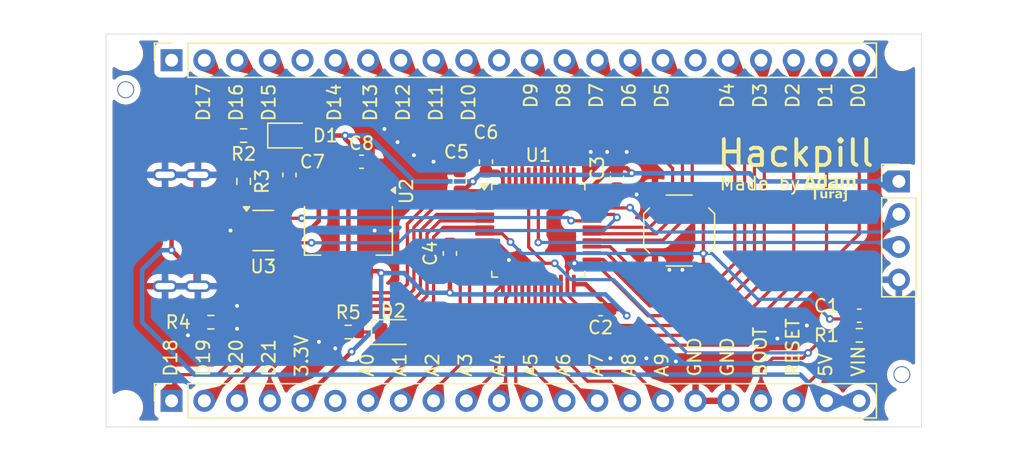
<source format=kicad_pcb>
(kicad_pcb (version 20240108) (generator "pcbnew") (generator_version "8.0")
  (layers (0 "F.Cu" signal) (31 "B.Cu" signal) (34 "B.Paste" user) (35 "F.Paste" user) (36 "B.SilkS" user "B.Silkscreen") (37 "F.SilkS" user "F.Silkscreen") (38 "B.Mask" user) (39 "F.Mask" user) (44 "Edge.Cuts" user))
  (net 0 "")
  (net 1 "NRST")
  (net 2 "GND")
  (net 3 "+3V3")
  (net 4 "+5V")
  (net 5 "Net-(D1-K)")
  (net 6 "Net-(D2-K)")
  (net 7 "BOOT")
  (net 8 "Net-(J2-CC1)")
  (net 9 "Net-(J2-CC2)")
  (net 10 "A4")
  (net 11 "D21")
  (net 12 "A3")
  (net 13 "A8")
  (net 14 "D5")
  (net 15 "A7")
  (net 16 "A0")
  (net 17 "D22")
  (net 18 "D6")
  (net 19 "A5")
  (net 20 "D20")
  (net 21 "A2")
  (net 22 "A1")
  (net 23 "/SWCLK")
  (net 24 "A9")
  (net 25 "/SWDIO")
  (net 26 "A6")
  (net 27 "Net-(J2-D--PadA7)")
  (net 28 "Net-(J2-D+-PadA6)")
  (net 32 "D18")
  (net 33 "D19")
  (net 34 "D4")
  (net 35 "PWM_D7")
  (net 36 "I2C_SCL_PWM_D1")
  (net 37 "SPI_MISO_I2S_MCK_PWM_D12")
  (net 39 "I2C_SDA_PWM_D2")
  (net 40 "CAN_RX_PWM_D16")
  (net 41 "USART_TX_PWM_D9")
  (net 43 "D3")
  (net 44 "USART_TX_PWM_D8")
  (net 45 "I2S_WS_PWM_D10")
  (net 46 "SPI_SCK_PWM_D11")
  (net 47 "D14")
  (net 50 "SPI_MOSI_I2S_SD_PWM_D13")
  (net 51 "D0")
  (net 52 "D15")
  (net 53 "CAN_TX_PWM_D17")
  (net 54 "USB_DP")
  (net 55 "USB_DM")
  (footprint "Symbol:logo" (layer "F.Cu") (at 181.61 97.028)
    (property "Reference" "G***" (hide yes))
    (property "Value" "LOGO" (hide yes))
  )
  (footprint "MountingHole:Tooling_Hole_JLC" (layer "F.Cu") (at 127 89.408)
    (property "Reference" "REF**" (hide yes))
    (property "Value" "Tooling_Hole_JLC")
  )
  (footprint "Resistor_SMD:R_0603_1608Metric" (layer "F.Cu") (at 136.144 92.964 180)
    (property "Reference" "R2")
    (property "Value" "51R")
  )
  (footprint "Resistor_SMD:R_0603_1608Metric" (layer "F.Cu") (at 136.144 96.52 -90)
    (property "Reference" "R3")
    (property "Value" "5.1k")
  )
  (footprint "Capacitor_SMD:C_0603_1608Metric" (layer "F.Cu") (at 145.288 94.996)
    (property "Reference" "C8")
    (property "Value" "22uF")
  )
  (footprint "Fiducial:Fiducial_0.5mm_Mask1mm" (layer "F.Cu") (at 185.674 91.948)
    (property "Reference" "REF**" (hide yes))
    (property "Value" "Fiducial_0.5mm_Mask1mm")
  )
  (footprint "MountingHole:MountingHole_2.2mm_M2" (layer "F.Cu") (at 187.198 114.046)
    (property "Reference" "REF**" (hide yes))
    (property "Value" "MountingHole_2.2mm_M2")
  )
  (footprint "MountingHole:MountingHole_2.2mm_M2" (layer "F.Cu") (at 187.198 86.614)
    (property "Reference" "REF**" (hide yes))
    (property "Value" "MountingHole_2.2mm_M2")
  )
  (footprint "Resistor_SMD:R_0603_1608Metric" (layer "F.Cu") (at 144.2565 108.204 180)
    (property "Reference" "R5")
    (property "Value" "51R")
  )
  (footprint "Capacitor_SMD:C_0603_1608Metric" (layer "F.Cu") (at 154.94 94.996 90)
    (property "Reference" "C6")
    (property "Value" "0.1uF")
  )
  (footprint "Connector_PinSocket_2.54mm:PinSocket_1x22_P2.54mm_Vertical" (layer "F.Cu") (at 130.556 113.538 90)
    (property "Reference" "J3" (hide yes))
    (property "Value" "Conn_01x22")
  )
  (footprint "Connector_PinSocket_2.54mm:PinSocket_1x22_P2.54mm_Vertical" (layer "F.Cu") (at 130.556 87.122 90)
    (property "Reference" "J4" (hide yes))
    (property "Value" "Conn_01x22")
  )
  (footprint "MountingHole:MountingHole_2.2mm_M2" (layer "F.Cu") (at 127 114.046)
    (property "Reference" "REF**" (hide yes))
    (property "Value" "MountingHole_2.2mm_M2")
  )
  (footprint "Package_TO_SOT_SMD:SOT-23-6" (layer "F.Cu") (at 137.668 100.33)
    (property "Reference" "U3")
    (property "Value" "USBLC6-2SC6")
  )
  (footprint "Package_QFP:LQFP-48_7x7mm_P0.5mm" (layer "F.Cu") (at 159.004 100.33)
    (property "Reference" "U1")
    (property "Value" "STM32F042C6Tx")
  )
  (footprint "LED_SMD:LED_0805_2012Metric" (layer "F.Cu") (at 139.7 92.964)
    (property "Reference" "D1")
    (property "Value" "LED")
  )
  (footprint "Resistor_SMD:R_0603_1608Metric" (layer "F.Cu") (at 133.604 107.442)
    (property "Reference" "R4")
    (property "Value" "5.1k")
  )
  (footprint "Fiducial:Fiducial_0.5mm_Mask1mm" (layer "F.Cu") (at 131.318 93.218)
    (property "Reference" "REF**" (hide yes))
    (property "Value" "Fiducial_0.5mm_Mask1mm")
  )
  (footprint "Capacitor_SMD:C_0603_1608Metric" (layer "F.Cu") (at 165.1 96.266 -90)
    (property "Reference" "C3")
    (property "Value" "0.1uF")
  )
  (footprint "Capacitor_SMD:C_0603_1608Metric" (layer "F.Cu") (at 152.908 96.52 90)
    (property "Reference" "C5")
    (property "Value" "0.1uF")
  )
  (footprint "" (layer "F.Cu") (at 127 89.408)
    (property "Reference" "")
    (property "Value" "")
  )
  (footprint "Capacitor_SMD:C_0603_1608Metric" (layer "F.Cu") (at 139.7 96.012 90)
    (property "Reference" "C7")
    (property "Value" "10uF")
  )
  (footprint "Package_TO_SOT_SMD:SOT-223-3_TabPin2" (layer "F.Cu") (at 144.272 100.33 -90)
    (property "Reference" "U2")
    (property "Value" "AMS1117-3.3")
  )
  (footprint "Capacitor_SMD:C_0603_1608Metric" (layer "F.Cu") (at 163.83 106.426 180)
    (property "Reference" "C2")
    (property "Value" "0.1uF")
  )
  (footprint "Capacitor_SMD:C_0603_1608Metric" (layer "F.Cu") (at 183.896 106.934 180)
    (property "Reference" "C1")
    (property "Value" "0.1uF")
  )
  (footprint "Fiducial:Fiducial_0.5mm_Mask1mm" (layer "F.Cu") (at 127.254 108.204)
    (property "Reference" "REF**" (hide yes))
    (property "Value" "Fiducial_0.5mm_Mask1mm")
  )
  (footprint "MountingHole:Tooling_Hole_JLC" (layer "F.Cu") (at 187.198 111.506)
    (property "Reference" "REF**" (hide yes))
    (property "Value" "Tooling_Hole_JLC")
  )
  (footprint "MountingHole:MountingHole_2.2mm_M2" (layer "F.Cu") (at 127 86.614)
    (property "Reference" "REF**" (hide yes))
    (property "Value" "MountingHole_2.2mm_M2")
  )
  (footprint "Button_Switch_SMD:SW_Push_1P1T_XKB_TS-1187A" (layer "F.Cu") (at 169.926 100.33 90)
    (property "Reference" "SW1" (hide yes))
    (property "Value" "SW_Push")
  )
  (footprint "Resistor_SMD:R_0603_1608Metric" (layer "F.Cu") (at 183.896 108.458 180)
    (property "Reference" "R1")
    (property "Value" "10k")
  )
  (footprint "LED_SMD:LED_0805_2012Metric" (layer "F.Cu") (at 147.7495 108.204)
    (property "Reference" "D2")
    (property "Value" "LED")
  )
  (footprint "Connector_PinHeader_2.54mm:PinHeader_1x04_P2.54mm_Vertical" (layer "F.Cu") (at 186.969 96.52)
    (property "Reference" "J1" (hide yes))
    (property "Value" "Conn_01x04")
  )
  (footprint "Capacitor_SMD:C_0603_1608Metric" (layer "F.Cu") (at 152.146 102.108 90)
    (property "Reference" "C4")
    (property "Value" "0.1uF")
  )
  (footprint "Connector_USB:USB_C_Receptacle_Hanbo_16P_TopMnt_Horizontal" (layer "F.Cu") (at 130.048 100.33 -90)
    (property "Reference" "J2" (hide yes))
    (property "Value" "USB_C_Receptacle_USB2.0_16P")
  )
  (gr_line (start 188.722 115.57) (end 188.722 85.09) (stroke (width 0.05)) (layer "Edge.Cuts"))
  (gr_line (start 188.722 85.09) (end 125.476 85.09) (stroke (width 0.05)) (layer "Edge.Cuts"))
  (gr_line (start 125.476 85.09) (end 125.476 115.57) (stroke (width 0.05)) (layer "Edge.Cuts"))
  (gr_line (start 125.476 115.57) (end 188.722 115.57) (stroke (width 0.05)) (layer "Edge.Cuts"))
  (gr_text "VIN" (at 184.404 111.76 90) (layer "F.SilkS") (effects (font (size 1 1)) (justify left bottom)))
  (gr_text "D19" (at 133.604 111.76 90) (layer "F.SilkS") (effects (font (size 1 1)) (justify left bottom)))
  (gr_text "A8" (at 166.624 111.76 90) (layer "F.SilkS") (effects (font (size 1 1)) (justify left bottom)))
  (gr_text "D5" (at 169.164 90.932 90) (layer "F.SilkS") (effects (font (size 1 1)) (justify left bottom)))
  (gr_text "D10" (at 154.178 91.948 90) (layer "F.SilkS") (effects (font (size 1 1)) (justify left bottom)))
  (gr_text "A0" (at 146.304 111.76 90) (layer "F.SilkS") (effects (font (size 1 1)) (justify left bottom)))
  (gr_text "D3" (at 176.784 90.932 90) (layer "F.SilkS") (effects (font (size 1 1)) (justify left bottom)))
  (gr_text "D12" (at 149.098 91.948 90) (layer "F.SilkS") (effects (font (size 1 1)) (justify left bottom)))
  (gr_text "Made by" (at 172.974 97.282 0) (layer "F.SilkS") (effects (font (size 1 1)) (justify left bottom)))
  (gr_text "D7" (at 164.084 90.932 90) (layer "F.SilkS") (effects (font (size 1 1)) (justify left bottom)))
  (gr_text "D2" (at 179.324 90.932 90) (layer "F.SilkS") (effects (font (size 1 1)) (justify left bottom)))
  (gr_text "A2" (at 151.384 111.76 90) (layer "F.SilkS") (effects (font (size 1 1)) (justify left bottom)))
  (gr_text "GND" (at 171.704 111.76 90) (layer "F.SilkS") (effects (font (size 1 1)) (justify left bottom)))
  (gr_text "Hackpill" (at 172.72 95.504 0) (layer "F.SilkS") (effects (font (size 2 2) (thickness 0.3) (bold yes)) (justify left bottom)))
  (gr_text "D14" (at 143.764 91.948 90) (layer "F.SilkS") (effects (font (size 1 1)) (justify left bottom)))
  (gr_text "A7" (at 164.084 111.76 90) (layer "F.SilkS") (effects (font (size 1 1)) (justify left bottom)))
  (gr_text "D6" (at 166.624 90.932 90) (layer "F.SilkS") (effects (font (size 1 1)) (justify left bottom)))
  (gr_text "D20" (at 136.144 111.76 90) (layer "F.SilkS") (effects (font (size 1 1)) (justify left bottom)))
  (gr_text "5V" (at 181.864 111.76 90) (layer "F.SilkS") (effects (font (size 1 1)) (justify left bottom)))
  (gr_text "D4" (at 174.244 90.932 90) (layer "F.SilkS") (effects (font (size 1 1)) (justify left bottom)))
  (gr_text "BOOT" (at 176.784 111.76 90) (layer "F.SilkS") (effects (font (size 1 1)) (justify left bottom)))
  (gr_text "D15" (at 138.684 91.948 90) (layer "F.SilkS") (effects (font (size 1 1)) (justify left bottom)))
  (gr_text "D18" (at 131.064 111.76 90) (layer "F.SilkS") (effects (font (size 1 1)) (justify left bottom)))
  (gr_text "D17" (at 133.604 91.948 90) (layer "F.SilkS") (effects (font (size 1 1)) (justify left bottom)))
  (gr_text "GND" (at 174.244 111.76 90) (layer "F.SilkS") (effects (font (size 1 1)) (justify left bottom)))
  (gr_text "A1" (at 148.844 111.76 90) (layer "F.SilkS") (effects (font (size 1 1)) (justify left bottom)))
  (gr_text "A5" (at 159.004 111.76 90) (layer "F.SilkS") (effects (font (size 1 1)) (justify left bottom)))
  (gr_text "D21" (at 138.684 111.76 90) (layer "F.SilkS") (effects (font (size 1 1)) (justify left bottom)))
  (gr_text "D1" (at 181.864 90.932 90) (layer "F.SilkS") (effects (font (size 1 1)) (justify left bottom)))
  (gr_text "D9" (at 159.004 90.932 90) (layer "F.SilkS") (effects (font (size 1 1)) (justify left bottom)))
  (gr_text "D0" (at 184.404 90.932 90) (layer "F.SilkS") (effects (font (size 1 1)) (justify left bottom)))
  (gr_text "D16" (at 136.144 91.948 90) (layer "F.SilkS") (effects (font (size 1 1)) (justify left bottom)))
  (gr_text "D13" (at 146.558 91.948 90) (layer "F.SilkS") (effects (font (size 1 1)) (justify left bottom)))
  (gr_text "D11" (at 151.638 91.948 90) (layer "F.SilkS") (effects (font (size 1 1)) (justify left bottom)))
  (gr_text "A3" (at 153.924 111.76 90) (layer "F.SilkS") (effects (font (size 1 1)) (justify left bottom)))
  (gr_text "A6" (at 161.544 111.76 90) (layer "F.SilkS") (effects (font (size 1 1)) (justify left bottom)))
  (gr_text "A4" (at 156.464 111.76 90) (layer "F.SilkS") (effects (font (size 1 1)) (justify left bottom)))
  (gr_text "A9" (at 169.164 111.76 90) (layer "F.SilkS") (effects (font (size 1 1)) (justify left bottom)))
  (gr_text "3.3V" (at 141.224 111.76 90) (layer "F.SilkS") (effects (font (size 1 1)) (justify left bottom)))
  (gr_text "D8" (at 161.544 90.932 90) (layer "F.SilkS") (effects (font (size 1 1)) (justify left bottom)))
  (gr_text "RESET" (at 179.324 111.76 90) (layer "F.SilkS") (effects (font (size 1 1)) (justify left bottom)))
  (segment (start 171.801 102.108) (end 171.801 97.33) (width 0.25) (layer "F.Cu") (net 1))
  (segment (start 182.867 107.188) (end 183.121 106.934) (width 0.25) (layer "F.Cu") (net 1))
  (segment (start 178.816 113.284) (end 178.816 113.538) (width 0.25) (layer "F.Cu") (net 1))
  (segment (start 183.896 107.709) (end 183.896 109.22) (width 0.25) (layer "F.Cu") (net 1))
  (segment (start 183.896 109.22) (end 183.388 109.728) (width 0.25) (layer "F.Cu") (net 1))
  (segment (start 183.121 106.934) (end 183.896 107.709) (width 0.25) (layer "F.Cu") (net 1))
  (segment (start 156.845 101.219) (end 156.206 100.58) (width 0.25) (layer "F.Cu") (net 1))
  (segment (start 182.372 109.728) (end 178.816 113.284) (width 0.25) (layer "F.Cu") (net 1))
  (segment (start 181.61 107.188) (end 182.867 107.188) (width 0.25) (layer "F.Cu") (net 1))
  (segment (start 171.801 102.108) (end 171.801 103.33) (width 0.25) (layer "F.Cu") (net 1))
  (segment (start 156.206 100.58) (end 154.8415 100.58) (width 0.25) (layer "F.Cu") (net 1))
  (segment (start 183.388 109.728) (end 182.372 109.728) (width 0.25) (layer "F.Cu") (net 1))
  (segment (start 179.044 113.31) (end 178.816 113.538) (width 0.25) (layer "F.Cu") (net 1))
  (via (at 156.845 101.219) (size 0.6) (drill 0.3) (layers "F.Cu" "B.Cu") (net 1))
  (via (at 171.801 102.108) (size 0.6) (drill 0.3) (layers "F.Cu" "B.Cu") (net 1))
  (via (at 181.61 107.188) (size 0.6) (drill 0.3) (layers "F.Cu" "B.Cu") (net 1))
  (segment (start 171.801 102.108) (end 172.466 102.108) (width 0.25) (layer "B.Cu") (net 1))
  (segment (start 156.845 101.219) (end 157.734 102.108) (width 0.25) (layer "B.Cu") (net 1))
  (segment (start 180.086 105.664) (end 181.61 107.188) (width 0.25) (layer "B.Cu") (net 1))
  (segment (start 157.734 102.108) (end 171.801 102.108) (width 0.25) (layer "B.Cu") (net 1))
  (segment (start 176.022 105.664) (end 180.086 105.664) (width 0.25) (layer "B.Cu") (net 1))
  (segment (start 172.466 102.108) (end 176.022 105.664) (width 0.25) (layer "B.Cu") (net 1))
  (segment (start 161.254 103.414) (end 161.254 104.4925) (width 0.25) (layer "F.Cu") (net 2))
  (segment (start 132.373 104.425) (end 132.598 104.65) (width 0.25) (layer "F.Cu") (net 2))
  (segment (start 152.399 101.08) (end 152.146 101.333) (width 0.25) (layer "F.Cu") (net 2))
  (segment (start 162.361795 106.426) (end 163.055 106.426) (width 0.25) (layer "F.Cu") (net 2))
  (segment (start 156.197 94.221) (end 154.94 94.221) (width 0.25) (layer "F.Cu") (net 2))
  (segment (start 161.254 105.318205) (end 162.361795 106.426) (width 0.25) (layer "F.Cu") (net 2))
  (segment (start 154.432 94.221) (end 154.94 94.221) (width 0.25) (layer "F.Cu") (net 2))
  (segment (start 152.908 95.745) (end 154.432 94.221) (width 0.25) (layer "F.Cu") (net 2))
  (segment (start 155.646764 101.08) (end 154.8415 101.08) (width 0.25) (layer "F.Cu") (net 2))
  (segment (start 132.373 103.33) (end 132.373 104.425) (width 0.25) (layer "F.Cu") (net 2))
  (segment (start 156.718 102.616) (end 156.718 102.151236) (width 0.25) (layer "F.Cu") (net 2))
  (segment (start 165.1 97.041) (end 165.1 97.061) (width 0.25) (layer "F.Cu") (net 2))
  (segment (start 156.754 96.1675) (end 156.754 94.778) (width 0.25) (layer "F.Cu") (net 2))
  (segment (start 132.373 97.33) (end 132.373 97.705) (width 0.25) (layer "F.Cu") (net 2))
  (segment (start 165.1 97.061) (end 164.081 98.08) (width 0.25) (layer "F.Cu") (net 2))
  (segment (start 161.798 102.87) (end 161.254 103.414) (width 0.25) (layer "F.Cu") (net 2))
  (segment (start 161.254 104.4925) (end 161.254 105.318205) (width 0.25) (layer "F.Cu") (net 2))
  (segment (start 132.373 103.33) (end 132.373 102.955) (width 0.25) (layer "F.Cu") (net 2))
  (segment (start 154.8415 101.08) (end 152.399 101.08) (width 0.25) (layer "F.Cu") (net 2))
  (segment (start 156.754 94.778) (end 156.197 94.221) (width 0.25) (layer "F.Cu") (net 2))
  (segment (start 135.128 100.33) (end 136.5305 100.33) (width 0.25) (layer "F.Cu") (net 2))
  (segment (start 132.373 97.33) (end 132.373 96.235) (width 0.25) (layer "F.Cu") (net 2))
  (segment (start 164.081 98.08) (end 163.1665 98.08) (width 0.25) (layer "F.Cu") (net 2))
  (segment (start 156.718 102.151236) (end 155.646764 101.08) (width 0.25) (layer "F.Cu") (net 2))
  (segment (start 132.373 96.235) (end 132.598 96.01) (width 0.25) (layer "F.Cu") (net 2))
  (via (at 165.862 94.234) (size 0.6) (drill 0.3) (layers "F.Cu" "B.Cu") (net 2))
  (via (at 156.718 102.616) (size 0.6) (drill 0.3) (layers "F.Cu" "B.Cu") (net 2))
  (via (at 164.592 110.236) (size 0.6) (drill 0.3) (layers "F.Cu" "B.Cu") (net 2))
  (via (at 150.876 94.996) (size 0.6) (drill 0.3) (layers "F.Cu" "B.Cu") (net 2))
  (via (at 141.986 108.966) (size 0.6) (drill 0.3) (layers "F.Cu" "B.Cu") (net 2))
  (via (at 170.18 103.378) (size 0.6) (drill 0.3) (layers "F.Cu" "B.Cu") (net 2))
  (via (at 143.256 109.474) (size 0.6) (drill 0.3) (layers "F.Cu" "B.Cu") (net 2))
  (via (at 149.352 94.488) (size 0.6) (drill 0.3) (layers "F.Cu" "B.Cu") (net 2))
  (via (at 167.386 110.236) (size 0.6) (drill 0.3) (layers "F.Cu" "B.Cu") (net 2))
  (via (at 147.066 92.456) (size 0.6) (drill 0.3) (layers "F.Cu" "B.Cu") (net 2))
  (via (at 131.826 108.458) (size 0.6) (drill 0.3) (layers "F.Cu" "B.Cu") (net 2))
  (via (at 135.128 100.33) (size 0.6) (drill 0.3) (layers "F.Cu" "B.Cu") (net 2))
  (via (at 147.574 100.33) (size 0.6) (drill 0.3) (layers "F.Cu" "B.Cu") (net 2))
  (via (at 161.798 102.87) (size 0.6) (drill 0.3) (layers "F.Cu" "B.Cu") (net 2))
  (via (at 135.636 107.95) (size 0.6) (drill 0.3) (layers "F.Cu" "B.Cu") (net 2))
  (via (at 169.672 110.49) (size 0.6) (drill 0.3) (layers "F.Cu" "B.Cu") (net 2))
  (via (at 166.624 97.536) (size 0.6) (drill 0.3) (layers "F.Cu" "B.Cu") (net 2))
  (via (at 179.832 107.696) (size 0.6) (drill 0.3) (layers "F.Cu" "B.Cu") (net 2))
  (via (at 177.546 108.712) (size 0.6) (drill 0.3) (layers "F.Cu" "B.Cu") (net 2))
  (via (at 164.338 94.234) (size 0.6) (drill 0.3) (layers "F.Cu" "B.Cu") (net 2))
  (via (at 135.636 106.172) (size 0.6) (drill 0.3) (layers "F.Cu" "B.Cu") (net 2))
  (via (at 146.304 100.33) (size 0.6) (drill 0.3) (layers "F.Cu" "B.Cu") (net 2))
  (via (at 169.164 103.378) (size 0.6) (drill 0.3) (layers "F.Cu" "B.Cu") (net 2))
  (via (at 148.082 93.472) (size 0.6) (drill 0.3) (layers "F.Cu" "B.Cu") (net 2))
  (via (at 163.068 94.234) (size 0.6) (drill 0.3) (layers "F.Cu" "B.Cu") (net 2))
  (segment (start 154.8415 101.58) (end 153.965524 101.58) (width 0.25) (layer "F.Cu") (net 3))
  (segment (start 144.272 95.237) (end 144.513 94.996) (width 0.35) (layer "F.Cu") (net 3))
  (segment (start 153.149 97.295) (end 152.908 97.295) (width 0.35) (layer "F.Cu") (net 3))
  (segment (start 144.526 109.728) (end 140.716 113.538) (width 0.35) (layer "F.Cu") (net 3))
  (segment (start 140.6375 92.964) (end 144.018 92.964) (width 0.35) (layer "F.Cu") (net 3))
  (segment (start 165.1 95.491) (end 164.625 95.491) (width 0.35) (layer "F.Cu") (net 3))
  (segment (start 144.018 92.964) (end 144.018 93.218) (width 0.35) (layer "F.Cu") (net 3))
  (segment (start 144.272 97.18) (end 144.272 103.48) (width 0.35) (layer "F.Cu") (net 3))
  (segment (start 154.5815 97.295) (end 154.8415 97.555) (width 0.35) (layer "F.Cu") (net 3))
  (segment (start 155.8325 95.771) (end 156.229 96.1675) (width 0.35) (layer "F.Cu") (net 3))
  (segment (start 165.1 95.6465) (end 165.1 95.491) (width 0.35) (layer "F.Cu") (net 3))
  (segment (start 152.146 102.883) (end 153.449 101.58) (width 0.35) (layer "F.Cu") (net 3))
  (segment (start 165.849 95.491) (end 165.1 95.491) (width 0.35) (layer "F.Cu") (net 3))
  (segment (start 163.1665 96.9495) (end 163.1665 97.555) (width 0.35) (layer "F.Cu") (net 3))
  (segment (start 154.673 95.771) (end 153.149 97.295) (width 0.35) (layer "F.Cu") (net 3))
  (segment (start 166.243 95.885) (end 165.849 95.491) (width 0.35) (layer "F.Cu") (net 3))
  (segment (start 164.605 106.426) (end 165.354 106.426) (width 0.35) (layer "F.Cu") (net 3))
  (segment (start 144.272 97.18) (end 144.272 95.237) (width 0.35) (layer "F.Cu") (net 3))
  (segment (start 152.908 97.295) (end 154.5815 97.295) (width 0.35) (layer "F.Cu") (net 3))
  (segment (start 164.625 95.491) (end 163.1665 96.9495) (width 0.35) (layer "F.Cu") (net 3))
  (segment (start 154.94 95.771) (end 154.673 95.771) (width 0.35) (layer "F.Cu") (net 3))
  (segment (start 165.354 106.426) (end 165.862 106.934) (width 0.35) (layer "F.Cu") (net 3))
  (segment (start 144.018 93.218) (end 144.513 93.713) (width 0.35) (layer "F.Cu") (net 3))
  (segment (start 144.424 103.632) (end 144.272 103.48) (width 0.35) (layer "F.Cu") (net 3))
  (segment (start 164.605 106.426) (end 162.6715 104.4925) (width 0.35) (layer "F.Cu") (net 3))
  (segment (start 152.146 105.156) (end 152.146 102.883) (width 0.35) (layer "F.Cu") (net 3))
  (segment (start 144.272 103.48) (end 146.66 103.48) (width 0.35) (layer "F.Cu") (net 3))
  (segment (start 154.94 95.771) (end 155.8325 95.771) (width 0.35) (layer "F.Cu") (net 3))
  (segment (start 162.6715 104.4925) (end 161.779 104.4925) (width 0.35) (layer "F.Cu") (net 3))
  (segment (start 144.513 93.713) (end 144.513 94.996) (width 0.35) (layer "F.Cu") (net 3))
  (segment (start 146.66 103.48) (end 146.812 103.632) (width 0.35) (layer "F.Cu") (net 3))
  (segment (start 153.193 97.58) (end 152.908 97.295) (width 0.35) (layer "F.Cu") (net 3))
  (segment (start 153.449 101.58) (end 153.965524 101.58) (width 0.35) (layer "F.Cu") (net 3))
  (via (at 165.862 106.934) (size 0.6) (drill 0.3) (layers "F.Cu" "B.Cu") (net 3))
  (via (at 146.812 103.632) (size 0.6) (drill 0.3) (layers "F.Cu" "B.Cu") (net 3))
  (via (at 152.146 105.156) (size 0.6) (drill 0.3) (layers "F.Cu" "B.Cu") (net 3))
  (via (at 153.924 96.52) (size 0.6) (drill 0.3) (layers "F.Cu" "B.Cu") (net 3))
  (via (at 166.243 95.885) (size 0.6) (drill 0.3) (layers "F.Cu" "B.Cu") (net 3))
  (via (at 144.018 92.964) (size 0.6) (drill 0.3) (layers "F.Cu" "B.Cu") (net 3))
  (via (at 144.526 109.728) (size 0.6) (drill 0.3) (layers "F.Cu" "B.Cu") (net 3))
  (segment (start 171.323 95.885) (end 166.243 95.885) (width 0.35) (layer "B.Cu") (net 3))
  (segment (start 150.114 105.156) (end 148.59 103.632) (width 0.35) (layer "B.Cu") (net 3))
  (segment (start 164.211 105.283) (end 165.862 106.934) (width 0.35) (layer "B.Cu") (net 3))
  (segment (start 166.243 95.885) (end 166.116 96.012) (width 0.35) (layer "B.Cu") (net 3))
  (segment (start 146.812 107.442) (end 146.812 103.632) (width 0.35) (layer "B.Cu") (net 3))
  (segment (start 176.022 96.52) (end 186.969 96.52) (width 0.35) (layer "B.Cu") (net 3))
  (segment (start 149.352 96.52) (end 145.796 92.964) (width 0.35) (layer "B.Cu") (net 3))
  (segment (start 152.146 105.156) (end 152.273 105.283) (width 0.35) (layer "B.Cu") (net 3))
  (segment (start 152.146 105.156) (end 150.114 105.156) (width 0.35) (layer "B.Cu") (net 3))
  (segment (start 154.432 96.012) (end 153.924 96.52) (width 0.35) (layer "B.Cu") (net 3))
  (segment (start 144.526 109.728) (end 146.812 107.442) (width 0.35) (layer "B.Cu") (net 3))
  (segment (start 153.924 96.52) (end 149.352 96.52) (width 0.35) (layer "B.Cu") (net 3))
  (segment (start 148.59 103.632) (end 146.812 103.632) (width 0.35) (layer "B.Cu") (net 3))
  (segment (start 175.387 95.885) (end 176.022 96.52) (width 0.35) (layer "B.Cu") (net 3))
  (segment (start 145.796 92.964) (end 144.018 92.964) (width 0.35) (layer "B.Cu") (net 3))
  (segment (start 152.273 105.283) (end 164.211 105.283) (width 0.35) (layer "B.Cu") (net 3))
  (segment (start 166.116 96.012) (end 154.432 96.012) (width 0.35) (layer "B.Cu") (net 3))
  (segment (start 171.323 95.885) (end 175.387 95.885) (width 0.35) (layer "B.Cu") (net 3))
  (segment (start 131.826787 98.298787) (end 131.983 98.455) (width 0.35) (layer "F.Cu") (net 4))
  (segment (start 131.983 98.455) (end 132.373 98.455) (width 0.35) (layer "F.Cu") (net 4))
  (segment (start 130.556 101.854) (end 131.157 102.455) (width 0.35) (layer "F.Cu") (net 4))
  (segment (start 130.556 99.569574) (end 131.826787 98.298787) (width 0.35) (layer "F.Cu") (net 4))
  (segment (start 131.826787 98.298787) (end 131.920574 98.205) (width 0.35) (layer "F.Cu") (net 4))
  (segment (start 135.625286 96.57) (end 139.483 96.57) (width 0.35) (layer "F.Cu") (net 4))
  (segment (start 132.076 102.205) (end 132.373 102.205) (width 0.35) (layer "F.Cu") (net 4))
  (segment (start 141.224 100.33) (end 141.972 99.582) (width 0.35) (layer "F.Cu") (net 4))
  (segment (start 139.558 96.645) (end 139.7 96.787) (width 0.25) (layer "F.Cu") (net 4))
  (segment (start 141.579 96.787) (end 141.972 97.18) (width 0.35) (layer "F.Cu") (net 4))
  (segment (start 131.826787 98.298787) (end 133.896499 98.298787) (width 0.35) (layer "F.Cu") (net 4))
  (segment (start 139.483 96.57) (end 139.7 96.787) (width 0.35) (layer "F.Cu") (net 4))
  (segment (start 131.826 102.455) (end 132.076 102.205) (width 0.35) (layer "F.Cu") (net 4))
  (segment (start 133.896499 98.298787) (end 135.625286 96.57) (width 0.35) (layer "F.Cu") (net 4))
  (segment (start 141.972 99.582) (end 141.972 97.18) (width 0.35) (layer "F.Cu") (net 4))
  (segment (start 131.157 102.455) (end 131.826 102.455) (width 0.35) (layer "F.Cu") (net 4))
  (segment (start 130.556 101.854) (end 130.556 99.569574) (width 0.35) (layer "F.Cu") (net 4))
  (segment (start 138.8055 100.33) (end 141.224 100.33) (width 0.35) (layer "F.Cu") (net 4))
  (segment (start 131.826 102.455) (end 132.373 102.455) (width 0.35) (layer "F.Cu") (net 4))
  (segment (start 131.920574 98.205) (end 132.373 98.205) (width 0.35) (layer "F.Cu") (net 4))
  (segment (start 139.7 96.787) (end 141.579 96.787) (width 0.35) (layer "F.Cu") (net 4))
  (via (at 130.556 101.854) (size 0.6) (drill 0.3) (layers "F.Cu" "B.Cu") (net 4))
  (segment (start 132.334 111.506) (end 128.27 107.442) (width 0.35) (layer "B.Cu") (net 4))
  (segment (start 181.356 113.538) (end 179.324 111.506) (width 0.35) (layer "B.Cu") (net 4))
  (segment (start 128.27 107.442) (end 128.27 103.378) (width 0.35) (layer "B.Cu") (net 4))
  (segment (start 129.794 101.854) (end 130.556 101.854) (width 0.35) (layer "B.Cu") (net 4))
  (segment (start 179.324 111.506) (end 132.334 111.506) (width 0.35) (layer "B.Cu") (net 4))
  (segment (start 128.27 103.378) (end 129.794 101.854) (width 0.35) (layer "B.Cu") (net 4))
  (segment (start 183.896 113.538) (end 181.356 113.538) (width 0.35) (layer "B.Cu") (net 4))
  (segment (start 138.7625 92.964) (end 136.969 92.964) (width 0.25) (layer "F.Cu") (net 5))
  (segment (start 145.0815 108.204) (end 146.812 108.204) (width 0.25) (layer "F.Cu") (net 6))
  (segment (start 176.276 111.139471) (end 176.276 113.538) (width 0.25) (layer "F.Cu") (net 7))
  (segment (start 181.032 108.712) (end 183.071 108.712) (width 0.25) (layer "F.Cu") (net 7))
  (segment (start 159.512 102.87) (end 158.254 101.612) (width 0.25) (layer "F.Cu") (net 7))
  (segment (start 160.274 102.87) (end 159.512 102.87) (width 0.25) (layer "F.Cu") (net 7))
  (segment (start 158.254 101.612) (end 158.254 96.1675) (width 0.25) (layer "F.Cu") (net 7))
  (segment (start 177.179471 110.236) (end 176.276 111.139471) (width 0.25) (layer "F.Cu") (net 7))
  (segment (start 179.508 110.236) (end 177.179471 110.236) (width 0.25) (layer "F.Cu") (net 7))
  (segment (start 179.924 109.82) (end 179.508 110.236) (width 0.25) (layer "F.Cu") (net 7))
  (segment (start 179.924 109.82) (end 181.032 108.712) (width 0.25) (layer "F.Cu") (net 7))
  (via (at 179.924 109.82) (size 0.6) (drill 0.3) (layers "F.Cu" "B.Cu") (net 7))
  (via (at 160.274 102.87) (size 0.6) (drill 0.3) (layers "F.Cu" "B.Cu") (net 7))
  (segment (start 164.846 104.14) (end 170.526 109.82) (width 0.25) (layer "B.Cu") (net 7))
  (segment (start 161.544 104.14) (end 164.846 104.14) (width 0.25) (layer "B.Cu") (net 7))
  (segment (start 170.526 109.82) (end 179.924 109.82) (width 0.25) (layer "B.Cu") (net 7))
  (segment (start 160.274 102.87) (end 161.544 104.14) (width 0.25) (layer "B.Cu") (net 7))
  (segment (start 132.373 99.33) (end 134.159 99.33) (width 0.2) (layer "F.Cu") (net 8))
  (segment (start 134.159 99.33) (end 136.144 97.345) (width 0.2) (layer "F.Cu") (net 8))
  (segment (start 133.04436 101.73) (end 132.373 101.73) (width 0.2) (layer "F.Cu") (net 9))
  (segment (start 134.429 103.11464) (end 133.04436 101.73) (width 0.2) (layer "F.Cu") (net 9))
  (segment (start 134.62 107.251) (end 134.429 107.442) (width 0.25) (layer "F.Cu") (net 9))
  (segment (start 134.429 107.442) (end 134.429 103.11464) (width 0.2) (layer "F.Cu") (net 9))
  (segment (start 156.464 113.03) (end 155.956 113.538) (width 0.25) (layer "F.Cu") (net 10))
  (segment (start 156.754 104.4925) (end 156.754 105.297764) (width 0.25) (layer "F.Cu") (net 10))
  (segment (start 156.464 105.587764) (end 156.464 113.03) (width 0.25) (layer "F.Cu") (net 10))
  (segment (start 156.754 105.297764) (end 156.464 105.587764) (width 0.25) (layer "F.Cu") (net 10))
  (segment (start 149.098 106.68) (end 142.748 106.68) (width 0.25) (layer "F.Cu") (net 11))
  (segment (start 151.372 99.58) (end 150.368 100.584) (width 0.25) (layer "F.Cu") (net 11))
  (segment (start 154.8415 99.58) (end 151.372 99.58) (width 0.25) (layer "F.Cu") (net 11))
  (segment (start 150.368 105.41) (end 149.098 106.68) (width 0.25) (layer "F.Cu") (net 11))
  (segment (start 138.176 111.252) (end 138.176 113.538) (width 0.25) (layer "F.Cu") (net 11))
  (segment (start 142.748 106.68) (end 138.176 111.252) (width 0.25) (layer "F.Cu") (net 11))
  (segment (start 150.368 100.584) (end 150.368 105.41) (width 0.25) (layer "F.Cu") (net 11))
  (segment (start 155.702 105.0445) (end 156.254 104.4925) (width 0.25) (layer "F.Cu") (net 12))
  (segment (start 155.702 111.252) (end 155.702 105.0445) (width 0.25) (layer "F.Cu") (net 12))
  (segment (start 153.416 113.538) (end 155.702 111.252) (width 0.25) (layer "F.Cu") (net 12))
  (segment (start 162.814 112.014) (end 164.592 112.014) (width 0.25) (layer "F.Cu") (net 13))
  (segment (start 158.754 107.954) (end 162.814 112.014) (width 0.25) (layer "F.Cu") (net 13))
  (segment (start 164.592 112.014) (end 166.116 113.538) (width 0.25) (layer "F.Cu") (net 13))
  (segment (start 158.754 104.4925) (end 158.754 107.954) (width 0.25) (layer "F.Cu") (net 13))
  (segment (start 175.006 93.472) (end 168.656 87.122) (width 0.25) (layer "F.Cu") (net 14))
  (segment (start 172.72 105.41) (end 175.006 103.124) (width 0.25) (layer "F.Cu") (net 14))
  (segment (start 164.31 102.08) (end 167.64 105.41) (width 0.25) (layer "F.Cu") (net 14))
  (segment (start 167.64 105.41) (end 172.72 105.41) (width 0.25) (layer "F.Cu") (net 14))
  (segment (start 175.006 103.124) (end 175.006 93.472) (width 0.25) (layer "F.Cu") (net 14))
  (segment (start 163.1665 102.08) (end 164.31 102.08) (width 0.25) (layer "F.Cu") (net 14))
  (segment (start 158.254 108.724) (end 163.068 113.538) (width 0.25) (layer "F.Cu") (net 15))
  (segment (start 163.068 113.538) (end 163.576 113.538) (width 0.25) (layer "F.Cu") (net 15))
  (segment (start 158.254 104.4925) (end 158.254 108.724) (width 0.25) (layer "F.Cu") (net 15))
  (segment (start 154.8415 102.08) (end 153.698 102.08) (width 0.25) (layer "F.Cu") (net 16))
  (segment (start 152.946 102.832) (end 152.946 106.388) (width 0.25) (layer "F.Cu") (net 16))
  (segment (start 153.698 102.08) (end 152.946 102.832) (width 0.25) (layer "F.Cu") (net 16))
  (segment (start 152.946 106.388) (end 145.796 113.538) (width 0.25) (layer "F.Cu") (net 16))
  (segment (start 150.876 100.838) (end 150.876 106.015) (width 0.25) (layer "F.Cu") (net 17))
  (segment (start 150.876 106.015) (end 148.687 108.204) (width 0.25) (layer "F.Cu") (net 17))
  (segment (start 154.8415 100.08) (end 151.634 100.08) (width 0.25) (layer "F.Cu") (net 17))
  (segment (start 151.634 100.08) (end 150.876 100.838) (width 0.25) (layer "F.Cu") (net 17))
  (segment (start 163.1665 101.58) (end 164.572 101.58) (width 0.25) (layer "F.Cu") (net 18))
  (segment (start 172.466 104.648) (end 174.244 102.87) (width 0.25) (layer "F.Cu") (net 18))
  (segment (start 174.244 102.87) (end 174.244 95.758) (width 0.25) (layer "F.Cu") (net 18))
  (segment (start 164.572 101.58) (end 167.64 104.648) (width 0.25) (layer "F.Cu") (net 18))
  (segment (start 174.244 95.758) (end 166.116 87.63) (width 0.25) (layer "F.Cu") (net 18))
  (segment (start 166.116 87.63) (end 166.116 87.122) (width 0.25) (layer "F.Cu") (net 18))
  (segment (start 167.64 104.648) (end 172.466 104.648) (width 0.25) (layer "F.Cu") (net 18))
  (segment (start 157.254 104.4925) (end 157.254 112.296) (width 0.25) (layer "F.Cu") (net 19))
  (segment (start 157.254 112.296) (end 158.496 113.538) (width 0.25) (layer "F.Cu") (net 19))
  (segment (start 154.8415 99.08) (end 151.11 99.08) (width 0.25) (layer "F.Cu") (net 20))
  (segment (start 135.636 112.522) (end 135.636 113.538) (width 0.25) (layer "F.Cu") (net 20))
  (segment (start 149.86 100.33) (end 149.86 105.156) (width 0.25) (layer "F.Cu") (net 20))
  (segment (start 151.11 99.08) (end 149.86 100.33) (width 0.25) (layer "F.Cu") (net 20))
  (segment (start 141.986 106.172) (end 135.636 112.522) (width 0.25) (layer "F.Cu") (net 20))
  (segment (start 149.86 105.156) (end 148.844 106.172) (width 0.25) (layer "F.Cu") (net 20))
  (segment (start 148.844 106.172) (end 141.986 106.172) (width 0.25) (layer "F.Cu") (net 20))
  (segment (start 150.876 112.776) (end 154.8415 108.8105) (width 0.25) (layer "F.Cu") (net 21))
  (segment (start 150.876 113.538) (end 150.876 112.776) (width 0.25) (layer "F.Cu") (net 21))
  (segment (start 154.8415 108.8105) (end 154.8415 103.08) (width 0.25) (layer "F.Cu") (net 21))
  (segment (start 153.67 102.925795) (end 153.67 108.204) (width 0.25) (layer "F.Cu") (net 22))
  (segment (start 154.015795 102.58) (end 153.67 102.925795) (width 0.25) (layer "F.Cu") (net 22))
  (segment (start 153.67 108.204) (end 148.336 113.538) (width 0.25) (layer "F.Cu") (net 22))
  (segment (start 154.8415 102.58) (end 154.015795 102.58) (width 0.25) (layer "F.Cu") (net 22))
  (segment (start 161.29 97.536) (end 161.754 97.072) (width 0.25) (layer "F.Cu") (net 23))
  (segment (start 159.004 101.254) (end 159.004 98.625) (width 0.25) (layer "F.Cu") (net 23))
  (segment (start 159.004 98.625) (end 160.093 97.536) (width 0.25) (layer "F.Cu") (net 23))
  (segment (start 160.093 97.536) (end 161.29 97.536) (width 0.25) (layer "F.Cu") (net 23))
  (segment (start 161.754 97.072) (end 161.754 96.1675) (width 0.25) (layer "F.Cu") (net 23))
  (via (at 159.004 101.254) (size 0.6) (drill 0.3) (layers "F.Cu" "B.Cu") (net 23))
  (segment (start 159.004 101.254) (end 186.623 101.254) (width 0.25) (layer "B.Cu") (net 23))
  (segment (start 186.623 101.254) (end 186.969 101.6) (width 0.25) (layer "B.Cu") (net 23))
  (segment (start 163.576 111.252) (end 166.37959 111.252) (width 0.25) (layer "F.Cu") (net 24))
  (segment (start 159.254 106.93) (end 163.576 111.252) (width 0.25) (layer "F.Cu") (net 24))
  (segment (start 166.37959 111.26159) (end 168.656 113.538) (width 0.25) (layer "F.Cu") (net 24))
  (segment (start 166.37959 111.252) (end 166.37959 111.26159) (width 0.25) (layer "F.Cu") (net 24))
  (segment (start 159.254 104.4925) (end 159.254 106.93) (width 0.25) (layer "F.Cu") (net 24))
  (segment (start 166.088 98.58) (end 163.1665 98.58) (width 0.25) (layer "F.Cu") (net 25))
  (segment (start 166.116 98.552) (end 166.088 98.58) (width 0.25) (layer "F.Cu") (net 25))
  (via (at 166.116 98.552) (size 0.6) (drill 0.3) (layers "F.Cu" "B.Cu") (net 25))
  (segment (start 185.582 100.447) (end 186.969 99.06) (width 0.25) (layer "B.Cu") (net 25))
  (segment (start 168.011 100.447) (end 185.582 100.447) (width 0.25) (layer "B.Cu") (net 25))
  (segment (start 166.116 98.552) (end 168.011 100.447) (width 0.25) (layer "B.Cu") (net 25))
  (segment (start 157.754 104.4925) (end 157.754 110.256) (width 0.25) (layer "F.Cu") (net 26))
  (segment (start 157.754 110.256) (end 161.036 113.538) (width 0.25) (layer "F.Cu") (net 26))
  (segment (start 136.1805 99.73) (end 136.5305 99.38) (width 0.2) (layer "F.Cu") (net 27))
  (segment (start 132.373 100.53) (end 131.52164 100.53) (width 0.2) (layer "F.Cu") (net 27))
  (segment (start 131.52164 100.53) (end 131.318 100.32636) (width 0.2) (layer "F.Cu") (net 27))
  (segment (start 131.52164 99.73) (end 132.373 99.73) (width 0.2) (layer "F.Cu") (net 27))
  (segment (start 131.318 100.32636) (end 131.318 99.93364) (width 0.2) (layer "F.Cu") (net 27))
  (segment (start 131.318 99.93364) (end 131.52164 99.73) (width 0.2) (layer "F.Cu") (net 27))
  (segment (start 132.373 99.73) (end 136.1805 99.73) (width 0.2) (layer "F.Cu") (net 27))
  (segment (start 133.40036 100.93) (end 133.604 100.72636) (width 0.2) (layer "F.Cu") (net 28))
  (segment (start 133.604 100.33364) (end 133.40036 100.13) (width 0.2) (layer "F.Cu") (net 28))
  (segment (start 136.5305 101.28) (end 133.75036 101.28) (width 0.2) (layer "F.Cu") (net 28))
  (segment (start 132.373 100.93) (end 133.40036 100.93) (width 0.2) (layer "F.Cu") (net 28))
  (segment (start 133.604 100.72636) (end 133.604 100.33364) (width 0.2) (layer "F.Cu") (net 28))
  (segment (start 133.75036 101.28) (end 133.40036 100.93) (width 0.2) (layer "F.Cu") (net 28))
  (segment (start 133.40036 100.13) (end 132.373 100.13) (width 0.2) (layer "F.Cu") (net 28))
  (segment (start 148.844 104.486642) (end 148.174642 105.156) (width 0.25) (layer "F.Cu") (net 32))
  (segment (start 134.112 111.506) (end 131.064 111.506) (width 0.25) (layer "F.Cu") (net 32))
  (segment (start 154.8415 98.08) (end 150.586 98.08) (width 0.25) (layer "F.Cu") (net 32))
  (segment (start 148.844 99.822) (end 148.844 104.486642) (width 0.25) (layer "F.Cu") (net 32))
  (segment (start 148.174642 105.156) (end 140.462 105.156) (width 0.25) (layer "F.Cu") (net 32))
  (segment (start 140.462 105.156) (end 134.112 111.506) (width 0.25) (layer "F.Cu") (net 32))
  (segment (start 130.556 112.014) (end 130.556 113.538) (width 0.25) (layer "F.Cu") (net 32))
  (segment (start 150.586 98.08) (end 148.844 99.822) (width 0.25) (layer "F.Cu") (net 32))
  (segment (start 131.064 111.506) (end 130.556 112.014) (width 0.25) (layer "F.Cu") (net 32))
  (segment (start 149.352 104.902) (end 148.59 105.664) (width 0.25) (layer "F.Cu") (net 33))
  (segment (start 141.224 105.664) (end 133.35 113.538) (width 0.25) (layer "F.Cu") (net 33))
  (segment (start 154.8415 98.58) (end 150.848 98.58) (width 0.25) (layer "F.Cu") (net 33))
  (segment (start 133.35 113.538) (end 133.096 113.538) (width 0.25) (layer "F.Cu") (net 33))
  (segment (start 150.848 98.58) (end 149.352 100.076) (width 0.25) (layer "F.Cu") (net 33))
  (segment (start 149.352 100.076) (end 149.352 104.902) (width 0.25) (layer "F.Cu") (net 33))
  (segment (start 148.59 105.664) (end 141.224 105.664) (width 0.25) (layer "F.Cu") (net 33))
  (segment (start 164.048 102.58) (end 163.1665 102.58) (width 0.25) (layer "F.Cu") (net 34))
  (segment (start 173.736 87.122) (end 175.768 89.154) (width 0.25) (layer "F.Cu") (net 34))
  (segment (start 175.768 89.154) (end 175.768 103.632) (width 0.25) (layer "F.Cu") (net 34))
  (segment (start 173.228 106.172) (end 167.64 106.172) (width 0.25) (layer "F.Cu") (net 34))
  (segment (start 175.768 103.632) (end 173.228 106.172) (width 0.25) (layer "F.Cu") (net 34))
  (segment (start 167.64 106.172) (end 164.048 102.58) (width 0.25) (layer "F.Cu") (net 34))
  (segment (start 168.668 101.08) (end 170.942 98.806) (width 0.25) (layer "F.Cu") (net 35))
  (segment (start 170.942 98.806) (end 170.942 94.742) (width 0.25) (layer "F.Cu") (net 35))
  (segment (start 163.576 87.376) (end 163.576 87.122) (width 0.25) (layer "F.Cu") (net 35))
  (segment (start 163.1665 101.08) (end 168.668 101.08) (width 0.25) (layer "F.Cu") (net 35))
  (segment (start 170.942 94.742) (end 163.576 87.376) (width 0.25) (layer "F.Cu") (net 35))
  (segment (start 174.752 108.458) (end 181.356 101.854) (width 0.25) (layer "F.Cu") (net 36))
  (segment (start 160.254 104.4925) (end 160.254 106.008348) (width 0.25) (layer "F.Cu") (net 36))
  (segment (start 181.356 101.854) (end 181.356 87.122) (width 0.25) (layer "F.Cu") (net 36))
  (segment (start 162.703652 108.458) (end 174.752 108.458) (width 0.25) (layer "F.Cu") (net 36))
  (segment (start 160.254 106.008348) (end 162.703652 108.458) (width 0.25) (layer "F.Cu") (net 36))
  (segment (start 159.004 90.932) (end 152.146 90.932) (width 0.25) (layer "F.Cu") (net 37))
  (segment (start 152.146 90.932) (end 148.336 87.122) (width 0.25) (layer "F.Cu") (net 37))
  (segment (start 160.254 92.182) (end 159.004 90.932) (width 0.25) (layer "F.Cu") (net 37))
  (segment (start 160.254 96.1675) (end 160.254 92.182) (width 0.25) (layer "F.Cu") (net 37))
  (segment (start 178.816 103.124) (end 178.816 87.122) (width 0.25) (layer "F.Cu") (net 39))
  (segment (start 160.754 104.4925) (end 160.754 105.636) (width 0.25) (layer "F.Cu") (net 39))
  (segment (start 174.244 107.696) (end 178.816 103.124) (width 0.25) (layer "F.Cu") (net 39))
  (segment (start 162.814 107.696) (end 174.244 107.696) (width 0.25) (layer "F.Cu") (net 39))
  (segment (start 160.754 105.636) (end 162.814 107.696) (width 0.25) (layer "F.Cu") (net 39))
  (segment (start 136.144 87.122) (end 135.636 87.122) (width 0.25) (layer "F.Cu") (net 40))
  (segment (start 139.725158 90.932) (end 135.915158 87.122) (width 0.25) (layer "F.Cu") (net 40))
  (segment (start 157.48 92.964) (end 150.114 92.964) (width 0.25) (layer "F.Cu") (net 40))
  (segment (start 150.114 92.964) (end 148.082 90.932) (width 0.25) (layer "F.Cu") (net 40))
  (segment (start 157.754 93.238) (end 157.48 92.964) (width 0.25) (layer "F.Cu") (net 40))
  (segment (start 135.915158 87.122) (end 135.636 87.122) (width 0.25) (layer "F.Cu") (net 40))
  (segment (start 148.082 90.932) (end 139.725158 90.932) (width 0.25) (layer "F.Cu") (net 40))
  (segment (start 157.754 96.1675) (end 157.754 93.238) (width 0.25) (layer "F.Cu") (net 40))
  (segment (start 166.624 92.71) (end 163.83 92.71) (width 0.25) (layer "F.Cu") (net 41))
  (segment (start 169.418 98.298) (end 169.418 95.504) (width 0.25) (layer "F.Cu") (net 41))
  (segment (start 163.83 92.71) (end 158.496 87.376) (width 0.25) (layer "F.Cu") (net 41))
  (segment (start 167.636 100.08) (end 169.418 98.298) (width 0.25) (layer "F.Cu") (net 41))
  (segment (start 169.418 95.504) (end 166.624 92.71) (width 0.25) (layer "F.Cu") (net 41))
  (segment (start 158.496 87.376) (end 158.496 87.122) (width 0.25) (layer "F.Cu") (net 41))
  (segment (start 159.004 87.122) (end 158.496 87.122) (width 0.25) (layer "F.Cu") (net 41))
  (segment (start 163.1665 100.08) (end 167.636 100.08) (width 0.25) (layer "F.Cu") (net 41))
  (segment (start 163.1665 103.08) (end 163.659 103.08) (width 0.25) (layer "F.Cu") (net 43))
  (segment (start 167.513 106.934) (end 173.736 106.934) (width 0.25) (layer "F.Cu") (net 43))
  (segment (start 173.736 106.934) (end 176.53 104.14) (width 0.25) (layer "F.Cu") (net 43))
  (segment (start 176.53 104.14) (end 176.53 87.376) (width 0.25) (layer "F.Cu") (net 43))
  (segment (start 176.53 87.376) (end 176.276 87.122) (width 0.25) (layer "F.Cu") (net 43))
  (segment (start 163.659 103.08) (end 167.513 106.934) (width 0.25) (layer "F.Cu") (net 43))
  (segment (start 162.814 88.9) (end 161.036 87.122) (width 0.25) (layer "F.Cu") (net 44))
  (segment (start 164.084 88.9) (end 162.814 88.9) (width 0.25) (layer "F.Cu") (net 44))
  (segment (start 168.152 100.58) (end 170.18 98.552) (width 0.25) (layer "F.Cu") (net 44))
  (segment (start 170.18 94.996) (end 164.084 88.9) (width 0.25) (layer "F.Cu") (net 44))
  (segment (start 163.1665 100.58) (end 168.152 100.58) (width 0.25) (layer "F.Cu") (net 44))
  (segment (start 170.18 98.552) (end 170.18 94.996) (width 0.25) (layer "F.Cu") (net 44))
  (segment (start 161.254 96.1675) (end 161.254 91.658) (width 0.25) (layer "F.Cu") (net 45))
  (segment (start 159.512 89.916) (end 156.21 89.916) (width 0.25) (layer "F.Cu") (net 45))
  (segment (start 161.254 91.658) (end 159.512 89.916) (width 0.25) (layer "F.Cu") (net 45))
  (segment (start 156.21 89.916) (end 153.416 87.122) (width 0.25) (layer "F.Cu") (net 45))
  (segment (start 160.754 95.222) (end 160.782 95.194) (width 0.25) (layer "F.Cu") (net 46))
  (segment (start 160.754 96.1675) (end 160.754 95.222) (width 0.25) (layer "F.Cu") (net 46))
  (segment (start 160.782 95.194) (end 160.782 91.948) (width 0.25) (layer "F.Cu") (net 46))
  (segment (start 159.258 90.424) (end 154.178 90.424) (width 0.25) (layer "F.Cu") (net 46))
  (segment (start 154.178 90.424) (end 150.876 87.122) (width 0.25) (layer "F.Cu") (net 46))
  (segment (start 160.782 91.948) (end 159.258 90.424) (width 0.25) (layer "F.Cu") (net 46))
  (segment (start 148.459 89.785) (end 145.919 89.785) (width 0.25) (layer "F.Cu") (net 47))
  (segment (start 159.254 92.706) (end 158.496 91.948) (width 0.25) (layer "F.Cu") (net 47))
  (segment (start 145.919 89.785) (end 143.256 87.122) (width 0.25) (layer "F.Cu") (net 47))
  (segment (start 158.496 91.948) (end 150.622 91.948) (width 0.25) (layer "F.Cu") (net 47))
  (segment (start 159.254 96.1675) (end 159.254 92.706) (width 0.25) (layer "F.Cu") (net 47))
  (segment (start 150.622 91.948) (end 148.459 89.785) (width 0.25) (layer "F.Cu") (net 47))
  (segment (start 150.876 91.44) (end 158.75 91.44) (width 0.25) (layer "F.Cu") (net 50))
  (segment (start 148.844 89.408) (end 150.876 91.44) (width 0.25) (layer "F.Cu") (net 50))
  (segment (start 159.754 92.444) (end 159.754 96.1675) (width 0.25) (layer "F.Cu") (net 50))
  (segment (start 148.082 89.408) (end 148.844 89.408) (width 0.25) (layer "F.Cu") (net 50))
  (segment (start 158.75 91.44) (end 159.754 92.444) (width 0.25) (layer "F.Cu") (net 50))
  (segment (start 145.796 87.122) (end 148.082 89.408) (width 0.25) (layer "F.Cu") (net 50))
  (segment (start 162.687 109.22) (end 175.26 109.22) (width 0.25) (layer "F.Cu") (net 51))
  (segment (start 175.26 109.22) (end 183.896 100.584) (width 0.25) (layer "F.Cu") (net 51))
  (segment (start 159.754 104.4925) (end 159.754 106.287) (width 0.25) (layer "F.Cu") (net 51))
  (segment (start 183.896 100.584) (end 183.896 87.122) (width 0.25) (layer "F.Cu") (net 51))
  (segment (start 159.754 106.287) (end 162.687 109.22) (width 0.25) (layer "F.Cu") (net 51))
  (segment (start 141.478 90.424) (end 138.176 87.122) (width 0.25) (layer "F.Cu") (net 52))
  (segment (start 148.336 90.424) (end 141.478 90.424) (width 0.25) (layer "F.Cu") (net 52))
  (segment (start 158.754 92.968) (end 158.242 92.456) (width 0.25) (layer "F.Cu") (net 52))
  (segment (start 158.754 96.1675) (end 158.754 92.968) (width 0.25) (layer "F.Cu") (net 52))
  (segment (start 150.368 92.456) (end 148.336 90.424) (width 0.25) (layer "F.Cu") (net 52))
  (segment (start 158.242 92.456) (end 150.368 92.456) (width 0.25) (layer "F.Cu") (net 52))
  (segment (start 137.414 91.44) (end 147.828 91.44) (width 0.25) (layer "F.Cu") (net 53))
  (segment (start 149.834 93.446) (end 156.692 93.446) (width 0.25) (layer "F.Cu") (net 53))
  (segment (start 133.096 87.122) (end 137.414 91.44) (width 0.25) (layer "F.Cu") (net 53))
  (segment (start 157.254 94.008) (end 157.254 96.1675) (width 0.25) (layer "F.Cu") (net 53))
  (segment (start 156.692 93.446) (end 157.254 94.008) (width 0.25) (layer "F.Cu") (net 53))
  (segment (start 147.828 91.44) (end 149.834 93.446) (width 0.25) (layer "F.Cu") (net 53))
  (segment (start 141.412 101.28) (end 138.8055 101.28) (width 0.25) (layer "F.Cu") (net 54))
  (segment (start 164.866 99.08) (end 163.1665 99.08) (width 0.25) (layer "F.Cu") (net 54))
  (segment (start 165.1 99.314) (end 164.866 99.08) (width 0.25) (layer "F.Cu") (net 54))
  (via (at 165.1 99.314) (size 0.6) (drill 0.3) (layers "F.Cu" "B.Cu") (net 54))
  (via (at 141.412 101.28) (size 0.6) (drill 0.3) (layers "F.Cu" "B.Cu") (net 54))
  (segment (start 148.148 101.28) (end 141.412 101.28) (width 0.25) (layer "B.Cu") (net 54))
  (segment (start 165.1 99.314) (end 164.084 100.33) (width 0.25) (layer "B.Cu") (net 54))
  (segment (start 164.084 100.33) (end 149.098 100.33) (width 0.25) (layer "B.Cu") (net 54))
  (segment (start 149.098 100.33) (end 148.148 101.28) (width 0.25) (layer "B.Cu") (net 54))
  (segment (start 138.8055 99.38) (end 140.65 99.38) (width 0.25) (layer "F.Cu") (net 55))
  (segment (start 161.556 99.58) (end 161.544 99.568) (width 0.25) (layer "F.Cu") (net 55))
  (segment (start 163.1665 99.58) (end 161.556 99.58) (width 0.25) (layer "F.Cu") (net 55))
  (via (at 140.65 99.38) (size 0.6) (drill 0.3) (layers "F.Cu" "B.Cu") (net 55))
  (via (at 161.544 99.568) (size 0.6) (drill 0.3) (layers "F.Cu" "B.Cu") (net 55))
  (segment (start 140.706 99.324) (end 140.65 99.38) (width 0.25) (layer "B.Cu") (net 55))
  (segment (start 161.3 99.324) (end 140.706 99.324) (width 0.25) (layer "B.Cu") (net 55))
  (segment (start 161.544 99.568) (end 161.3 99.324) (width 0.25) (layer "B.Cu") (net 55))
  (zone (net 2) (net_name "GND") (layer "F.Cu") (connect_pads (clearance 0.5)) (min_thickness 0.25) (fill yes (thermal_gap 0.5) (thermal_bridge_width 0.5))
    (polygon (pts (xy 188.722 85.09) (xy 188.722 115.57) (xy 124.714 115.57) (xy 124.714 85.09)))
  )
  (zone (net 2) (net_name "GND") (layer "B.Cu") (connect_pads (clearance 0.5)) (min_thickness 0.25) (fill yes (thermal_gap 0.5) (thermal_bridge_width 0.5))
    (polygon (pts (xy 188.722 85.09) (xy 188.722 115.57) (xy 124.714 115.57) (xy 124.714 85.09)))
  )
  (zone (net 0) (net_name "") (layer "B.Cu") (connect_pads (clearance 0)) (min_thickness 0.25)
    (keepout (tracks allowed) (vias allowed) (pads allowed) (copperpour not_allowed) (footprints allowed))
    (fill (thermal_gap 0.5) (thermal_bridge_width 0.5))
    (polygon (pts (xy 174.752 112.776) (xy 174.752 112.776) (xy 174.752 114.3) (xy 170.942 114.3) (xy 170.942 112.776)))
  )
)
</source>
